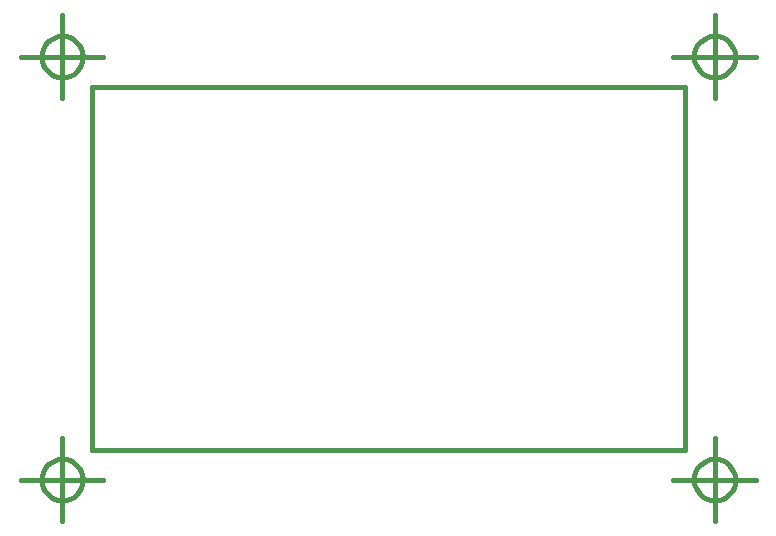
<source format=gbr>
G04 (created by PCBNEW-RS274X (2010-03-14)-final) date mar 08 nov 2011 08:15:05 ART*
G01*
G70*
G90*
%MOIN*%
G04 Gerber Fmt 3.4, Leading zero omitted, Abs format*
%FSLAX34Y34*%
G04 APERTURE LIST*
%ADD10C,0.000100*%
%ADD11C,0.015000*%
G04 APERTURE END LIST*
G54D10*
G54D11*
X32789Y-10150D02*
X32775Y-10283D01*
X32737Y-10412D01*
X32673Y-10531D01*
X32588Y-10635D01*
X32485Y-10721D01*
X32366Y-10785D01*
X32238Y-10824D01*
X32104Y-10838D01*
X31971Y-10826D01*
X31842Y-10788D01*
X31723Y-10726D01*
X31618Y-10642D01*
X31532Y-10539D01*
X31467Y-10421D01*
X31427Y-10293D01*
X31412Y-10159D01*
X31423Y-10026D01*
X31460Y-09897D01*
X31521Y-09777D01*
X31605Y-09672D01*
X31707Y-09585D01*
X31825Y-09519D01*
X31953Y-09478D01*
X32086Y-09462D01*
X32219Y-09472D01*
X32349Y-09508D01*
X32469Y-09569D01*
X32575Y-09652D01*
X32663Y-09753D01*
X32729Y-09870D01*
X32771Y-09998D01*
X32788Y-10131D01*
X32789Y-10150D01*
X30722Y-10150D02*
X33478Y-10150D01*
X32100Y-08772D02*
X32100Y-11528D01*
X32789Y-24250D02*
X32775Y-24383D01*
X32737Y-24512D01*
X32673Y-24631D01*
X32588Y-24735D01*
X32485Y-24821D01*
X32366Y-24885D01*
X32238Y-24924D01*
X32104Y-24938D01*
X31971Y-24926D01*
X31842Y-24888D01*
X31723Y-24826D01*
X31618Y-24742D01*
X31532Y-24639D01*
X31467Y-24521D01*
X31427Y-24393D01*
X31412Y-24259D01*
X31423Y-24126D01*
X31460Y-23997D01*
X31521Y-23877D01*
X31605Y-23772D01*
X31707Y-23685D01*
X31825Y-23619D01*
X31953Y-23578D01*
X32086Y-23562D01*
X32219Y-23572D01*
X32349Y-23608D01*
X32469Y-23669D01*
X32575Y-23752D01*
X32663Y-23853D01*
X32729Y-23970D01*
X32771Y-24098D01*
X32788Y-24231D01*
X32789Y-24250D01*
X30722Y-24250D02*
X33478Y-24250D01*
X32100Y-22872D02*
X32100Y-25628D01*
X54539Y-24250D02*
X54525Y-24383D01*
X54487Y-24512D01*
X54423Y-24631D01*
X54338Y-24735D01*
X54235Y-24821D01*
X54116Y-24885D01*
X53988Y-24924D01*
X53854Y-24938D01*
X53721Y-24926D01*
X53592Y-24888D01*
X53473Y-24826D01*
X53368Y-24742D01*
X53282Y-24639D01*
X53217Y-24521D01*
X53177Y-24393D01*
X53162Y-24259D01*
X53173Y-24126D01*
X53210Y-23997D01*
X53271Y-23877D01*
X53355Y-23772D01*
X53457Y-23685D01*
X53575Y-23619D01*
X53703Y-23578D01*
X53836Y-23562D01*
X53969Y-23572D01*
X54099Y-23608D01*
X54219Y-23669D01*
X54325Y-23752D01*
X54413Y-23853D01*
X54479Y-23970D01*
X54521Y-24098D01*
X54538Y-24231D01*
X54539Y-24250D01*
X52472Y-24250D02*
X55228Y-24250D01*
X53850Y-22872D02*
X53850Y-25628D01*
X54539Y-10150D02*
X54525Y-10283D01*
X54487Y-10412D01*
X54423Y-10531D01*
X54338Y-10635D01*
X54235Y-10721D01*
X54116Y-10785D01*
X53988Y-10824D01*
X53854Y-10838D01*
X53721Y-10826D01*
X53592Y-10788D01*
X53473Y-10726D01*
X53368Y-10642D01*
X53282Y-10539D01*
X53217Y-10421D01*
X53177Y-10293D01*
X53162Y-10159D01*
X53173Y-10026D01*
X53210Y-09897D01*
X53271Y-09777D01*
X53355Y-09672D01*
X53457Y-09585D01*
X53575Y-09519D01*
X53703Y-09478D01*
X53836Y-09462D01*
X53969Y-09472D01*
X54099Y-09508D01*
X54219Y-09569D01*
X54325Y-09652D01*
X54413Y-09753D01*
X54479Y-09870D01*
X54521Y-09998D01*
X54538Y-10131D01*
X54539Y-10150D01*
X52472Y-10150D02*
X55228Y-10150D01*
X53850Y-08772D02*
X53850Y-11528D01*
X52850Y-23250D02*
X33100Y-23250D01*
X33100Y-11150D02*
X52850Y-11150D01*
X33100Y-23250D02*
X33100Y-11150D01*
X52850Y-11150D02*
X52850Y-23250D01*
M02*

</source>
